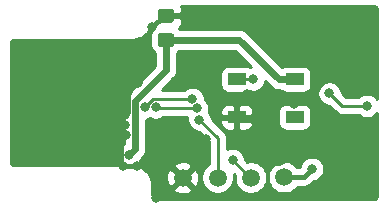
<source format=gbr>
G04 #@! TF.GenerationSoftware,KiCad,Pcbnew,5.1.3-ffb9f22~84~ubuntu18.04.1*
G04 #@! TF.CreationDate,2019-07-28T18:08:26+02:00*
G04 #@! TF.ProjectId,board,626f6172-642e-46b6-9963-61645f706362,rev?*
G04 #@! TF.SameCoordinates,Original*
G04 #@! TF.FileFunction,Copper,L2,Bot*
G04 #@! TF.FilePolarity,Positive*
%FSLAX46Y46*%
G04 Gerber Fmt 4.6, Leading zero omitted, Abs format (unit mm)*
G04 Created by KiCad (PCBNEW 5.1.3-ffb9f22~84~ubuntu18.04.1) date 2019-07-28 18:08:26*
%MOMM*%
%LPD*%
G04 APERTURE LIST*
%ADD10C,0.100000*%
%ADD11C,1.150000*%
%ADD12R,1.500000X1.000000*%
%ADD13C,1.500000*%
%ADD14C,0.800000*%
%ADD15C,0.400000*%
%ADD16C,0.250000*%
%ADD17C,0.600000*%
%ADD18C,0.254000*%
G04 APERTURE END LIST*
D10*
G36*
X78350905Y-102278424D02*
G01*
X78375173Y-102282024D01*
X78398972Y-102287985D01*
X78422071Y-102296250D01*
X78444250Y-102306740D01*
X78465293Y-102319352D01*
X78484999Y-102333967D01*
X78503177Y-102350443D01*
X78519653Y-102368621D01*
X78534268Y-102388327D01*
X78546880Y-102409370D01*
X78557370Y-102431549D01*
X78565635Y-102454648D01*
X78571596Y-102478447D01*
X78575196Y-102502715D01*
X78576400Y-102527219D01*
X78576400Y-103177221D01*
X78575196Y-103201725D01*
X78571596Y-103225993D01*
X78565635Y-103249792D01*
X78557370Y-103272891D01*
X78546880Y-103295070D01*
X78534268Y-103316113D01*
X78519653Y-103335819D01*
X78503177Y-103353997D01*
X78484999Y-103370473D01*
X78465293Y-103385088D01*
X78444250Y-103397700D01*
X78422071Y-103408190D01*
X78398972Y-103416455D01*
X78375173Y-103422416D01*
X78350905Y-103426016D01*
X78326401Y-103427220D01*
X77426399Y-103427220D01*
X77401895Y-103426016D01*
X77377627Y-103422416D01*
X77353828Y-103416455D01*
X77330729Y-103408190D01*
X77308550Y-103397700D01*
X77287507Y-103385088D01*
X77267801Y-103370473D01*
X77249623Y-103353997D01*
X77233147Y-103335819D01*
X77218532Y-103316113D01*
X77205920Y-103295070D01*
X77195430Y-103272891D01*
X77187165Y-103249792D01*
X77181204Y-103225993D01*
X77177604Y-103201725D01*
X77176400Y-103177221D01*
X77176400Y-102527219D01*
X77177604Y-102502715D01*
X77181204Y-102478447D01*
X77187165Y-102454648D01*
X77195430Y-102431549D01*
X77205920Y-102409370D01*
X77218532Y-102388327D01*
X77233147Y-102368621D01*
X77249623Y-102350443D01*
X77267801Y-102333967D01*
X77287507Y-102319352D01*
X77308550Y-102306740D01*
X77330729Y-102296250D01*
X77353828Y-102287985D01*
X77377627Y-102282024D01*
X77401895Y-102278424D01*
X77426399Y-102277220D01*
X78326401Y-102277220D01*
X78350905Y-102278424D01*
X78350905Y-102278424D01*
G37*
D11*
X77876400Y-102852220D03*
D10*
G36*
X78350905Y-104328424D02*
G01*
X78375173Y-104332024D01*
X78398972Y-104337985D01*
X78422071Y-104346250D01*
X78444250Y-104356740D01*
X78465293Y-104369352D01*
X78484999Y-104383967D01*
X78503177Y-104400443D01*
X78519653Y-104418621D01*
X78534268Y-104438327D01*
X78546880Y-104459370D01*
X78557370Y-104481549D01*
X78565635Y-104504648D01*
X78571596Y-104528447D01*
X78575196Y-104552715D01*
X78576400Y-104577219D01*
X78576400Y-105227221D01*
X78575196Y-105251725D01*
X78571596Y-105275993D01*
X78565635Y-105299792D01*
X78557370Y-105322891D01*
X78546880Y-105345070D01*
X78534268Y-105366113D01*
X78519653Y-105385819D01*
X78503177Y-105403997D01*
X78484999Y-105420473D01*
X78465293Y-105435088D01*
X78444250Y-105447700D01*
X78422071Y-105458190D01*
X78398972Y-105466455D01*
X78375173Y-105472416D01*
X78350905Y-105476016D01*
X78326401Y-105477220D01*
X77426399Y-105477220D01*
X77401895Y-105476016D01*
X77377627Y-105472416D01*
X77353828Y-105466455D01*
X77330729Y-105458190D01*
X77308550Y-105447700D01*
X77287507Y-105435088D01*
X77267801Y-105420473D01*
X77249623Y-105403997D01*
X77233147Y-105385819D01*
X77218532Y-105366113D01*
X77205920Y-105345070D01*
X77195430Y-105322891D01*
X77187165Y-105299792D01*
X77181204Y-105275993D01*
X77177604Y-105251725D01*
X77176400Y-105227221D01*
X77176400Y-104577219D01*
X77177604Y-104552715D01*
X77181204Y-104528447D01*
X77187165Y-104504648D01*
X77195430Y-104481549D01*
X77205920Y-104459370D01*
X77218532Y-104438327D01*
X77233147Y-104418621D01*
X77249623Y-104400443D01*
X77267801Y-104383967D01*
X77287507Y-104369352D01*
X77308550Y-104356740D01*
X77330729Y-104346250D01*
X77353828Y-104337985D01*
X77377627Y-104332024D01*
X77401895Y-104328424D01*
X77426399Y-104327220D01*
X78326401Y-104327220D01*
X78350905Y-104328424D01*
X78350905Y-104328424D01*
G37*
D11*
X77876400Y-104902220D03*
D12*
X83884600Y-111432140D03*
X83884600Y-108232140D03*
X88784600Y-111432140D03*
X88784600Y-108232140D03*
D13*
X87884000Y-116512340D03*
X82265520Y-116563140D03*
X85074760Y-116563140D03*
X79298800Y-116568220D03*
D14*
X79519780Y-102864920D03*
X76725780Y-103819960D03*
X76634340Y-106146600D03*
X75679300Y-105313480D03*
X74531220Y-105262680D03*
X74541380Y-107162600D03*
X75526900Y-107467400D03*
X74582020Y-108239560D03*
X75526900Y-108524040D03*
X74642980Y-109306360D03*
X74434700Y-111242000D03*
X74455020Y-112118140D03*
X74465180Y-112941100D03*
X74231500Y-115582700D03*
X75430380Y-115572540D03*
X76487020Y-115582700D03*
X77391260Y-116263420D03*
X77401420Y-117238780D03*
X77035660Y-118308120D03*
X83858100Y-110154720D03*
X84787740Y-109484160D03*
X85549740Y-110258860D03*
X86276180Y-109532420D03*
X87033100Y-110350300D03*
X87823040Y-109583220D03*
X88689180Y-110322360D03*
X90020140Y-105648760D03*
X91348560Y-105623360D03*
X91391740Y-104378760D03*
X90020140Y-104335580D03*
X85364320Y-111660940D03*
X95112840Y-109222540D03*
X94833440Y-108282740D03*
X92151200Y-111147860D03*
X92163900Y-112549940D03*
X93065600Y-113332260D03*
X78935580Y-112903000D03*
X80010000Y-113200180D03*
X81280000Y-113250980D03*
X81262220Y-114386360D03*
X79966820Y-114437160D03*
X79077820Y-113944400D03*
X86177120Y-115326160D03*
X94081600Y-116034820D03*
X87746840Y-115067080D03*
X90236040Y-115813840D03*
X85265260Y-108234480D03*
X74769980Y-114637820D03*
X80721200Y-111635540D03*
X83530440Y-115056920D03*
X80510380Y-110703360D03*
X77018160Y-110617000D03*
X76085700Y-110617000D03*
X80118400Y-109893203D03*
X91727020Y-109418120D03*
X94904560Y-110472220D03*
D15*
X77876400Y-102852220D02*
X79507080Y-102852220D01*
X79507080Y-102852220D02*
X79519780Y-102864920D01*
X77876400Y-102852220D02*
X77693520Y-102852220D01*
X77693520Y-102852220D02*
X76725780Y-103819960D01*
X76634340Y-106146600D02*
X76512420Y-106146600D01*
X76512420Y-106146600D02*
X75679300Y-105313480D01*
X74531220Y-105262680D02*
X74531220Y-107152440D01*
X74531220Y-107152440D02*
X74541380Y-107162600D01*
X75526900Y-107467400D02*
X75354180Y-107467400D01*
X75354180Y-107467400D02*
X74582020Y-108239560D01*
X75526900Y-108524040D02*
X75425300Y-108524040D01*
X75425300Y-108524040D02*
X74642980Y-109306360D01*
X74642980Y-109306360D02*
X74642980Y-111033720D01*
X74642980Y-111033720D02*
X74434700Y-111242000D01*
X74065181Y-113341099D02*
X74065181Y-114225019D01*
X74465180Y-112941100D02*
X74065181Y-113341099D01*
X74065181Y-114225019D02*
X74065181Y-115416381D01*
X74065181Y-115416381D02*
X74231500Y-115582700D01*
X75430380Y-115572540D02*
X76476860Y-115572540D01*
X76476860Y-115572540D02*
X76487020Y-115582700D01*
X76487020Y-115582700D02*
X76710540Y-115582700D01*
X76710540Y-115582700D02*
X77391260Y-116263420D01*
X77401420Y-117238780D02*
X77401420Y-117523260D01*
X83884600Y-111432140D02*
X83884600Y-110181220D01*
X83884600Y-110181220D02*
X83858100Y-110154720D01*
X84787740Y-109484160D02*
X84787740Y-109496860D01*
X84787740Y-109496860D02*
X85549740Y-110258860D01*
X86276180Y-109532420D02*
X86276180Y-109593380D01*
X86276180Y-109593380D02*
X87033100Y-110350300D01*
X87823040Y-109583220D02*
X87950040Y-109583220D01*
X87950040Y-109583220D02*
X88689180Y-110322360D01*
X91348560Y-105623360D02*
X91348560Y-104421940D01*
X91348560Y-104421940D02*
X91391740Y-104378760D01*
X84113400Y-111660940D02*
X83884600Y-111432140D01*
X85364320Y-111660940D02*
X84113400Y-111660940D01*
X95112840Y-109222540D02*
X95112840Y-108562140D01*
X95112840Y-108562140D02*
X94833440Y-108282740D01*
X91751201Y-111547859D02*
X91751201Y-112139781D01*
X92151200Y-111147860D02*
X91751201Y-111547859D01*
X91751201Y-112139781D02*
X92161360Y-112549940D01*
X92161360Y-112549940D02*
X92163900Y-112549940D01*
X78935580Y-112903000D02*
X79712820Y-112903000D01*
X79712820Y-112903000D02*
X80010000Y-113200180D01*
X81280000Y-113250980D02*
X81280000Y-114368580D01*
X81280000Y-114368580D02*
X81262220Y-114386360D01*
X79966820Y-114437160D02*
X79570580Y-114437160D01*
X79570580Y-114437160D02*
X79077820Y-113944400D01*
X86177120Y-115326160D02*
X87487760Y-115326160D01*
X87487760Y-115326160D02*
X87746840Y-115067080D01*
X75420220Y-115582700D02*
X75430380Y-115572540D01*
X74231500Y-115582700D02*
X75420220Y-115582700D01*
X77035660Y-117604540D02*
X77401420Y-117238780D01*
X77035660Y-118308120D02*
X77035660Y-117604540D01*
X87884000Y-116512340D02*
X89537540Y-116512340D01*
X89537540Y-116512340D02*
X90236040Y-115813840D01*
D16*
X83884600Y-108232140D02*
X85262920Y-108232140D01*
X85262920Y-108232140D02*
X85265260Y-108234480D01*
D17*
X75285699Y-114122101D02*
X75285699Y-110058101D01*
X74769980Y-114637820D02*
X75285699Y-114122101D01*
X77876400Y-107467400D02*
X77876400Y-104902220D01*
X75285699Y-110058101D02*
X77876400Y-107467400D01*
X84104680Y-104902220D02*
X77876400Y-104902220D01*
X88784600Y-108232140D02*
X87434600Y-108232140D01*
X87434600Y-108232140D02*
X84104680Y-104902220D01*
D16*
X82265520Y-116563140D02*
X82265520Y-113179860D01*
X82265520Y-113179860D02*
X80721200Y-111635540D01*
X85074760Y-116563140D02*
X85036660Y-116563140D01*
X85036660Y-116563140D02*
X83530440Y-115056920D01*
X80510380Y-110703360D02*
X77104520Y-110703360D01*
X77104520Y-110703360D02*
X77018160Y-110617000D01*
X80118400Y-109893203D02*
X76809497Y-109893203D01*
X76809497Y-109893203D02*
X76085700Y-110617000D01*
X91727020Y-109418120D02*
X92781120Y-110472220D01*
X92781120Y-110472220D02*
X94904560Y-110472220D01*
D18*
G36*
X95533773Y-102064815D02*
G01*
X95586847Y-102080838D01*
X95635795Y-102106865D01*
X95678754Y-102141902D01*
X95714092Y-102184618D01*
X95740461Y-102233386D01*
X95756854Y-102286344D01*
X95766819Y-102381149D01*
X95766456Y-109899187D01*
X95708497Y-109812446D01*
X95564334Y-109668283D01*
X95394816Y-109555015D01*
X95206458Y-109476994D01*
X95006499Y-109437220D01*
X94802621Y-109437220D01*
X94602662Y-109476994D01*
X94414304Y-109555015D01*
X94244786Y-109668283D01*
X94200849Y-109712220D01*
X93095922Y-109712220D01*
X92762020Y-109378319D01*
X92762020Y-109316181D01*
X92722246Y-109116222D01*
X92644225Y-108927864D01*
X92530957Y-108758346D01*
X92386794Y-108614183D01*
X92217276Y-108500915D01*
X92028918Y-108422894D01*
X91828959Y-108383120D01*
X91625081Y-108383120D01*
X91425122Y-108422894D01*
X91236764Y-108500915D01*
X91067246Y-108614183D01*
X90923083Y-108758346D01*
X90809815Y-108927864D01*
X90731794Y-109116222D01*
X90692020Y-109316181D01*
X90692020Y-109520059D01*
X90731794Y-109720018D01*
X90809815Y-109908376D01*
X90923083Y-110077894D01*
X91067246Y-110222057D01*
X91236764Y-110335325D01*
X91425122Y-110413346D01*
X91625081Y-110453120D01*
X91687219Y-110453120D01*
X92217321Y-110983223D01*
X92241119Y-111012221D01*
X92270117Y-111036019D01*
X92356844Y-111107194D01*
X92488873Y-111177766D01*
X92632134Y-111221223D01*
X92781120Y-111235897D01*
X92818453Y-111232220D01*
X94200849Y-111232220D01*
X94244786Y-111276157D01*
X94414304Y-111389425D01*
X94602662Y-111467446D01*
X94802621Y-111507220D01*
X95006499Y-111507220D01*
X95206458Y-111467446D01*
X95394816Y-111389425D01*
X95564334Y-111276157D01*
X95708497Y-111131994D01*
X95766400Y-111045336D01*
X95766062Y-118040455D01*
X95757198Y-118130864D01*
X95741030Y-118184414D01*
X95714772Y-118233797D01*
X95679417Y-118277147D01*
X95636321Y-118312799D01*
X95587123Y-118339401D01*
X95533685Y-118355942D01*
X95421440Y-118367740D01*
X77074832Y-118367740D01*
X76976696Y-118358118D01*
X76923146Y-118341950D01*
X76873763Y-118315692D01*
X76830413Y-118280337D01*
X76794761Y-118237241D01*
X76768159Y-118188043D01*
X76751618Y-118134605D01*
X76744040Y-118062509D01*
X76744040Y-117525213D01*
X78521412Y-117525213D01*
X78586937Y-117764080D01*
X78833916Y-117879980D01*
X79098760Y-117945470D01*
X79371292Y-117958032D01*
X79641038Y-117917185D01*
X79897632Y-117824497D01*
X80010663Y-117764080D01*
X80076188Y-117525213D01*
X79298800Y-116747825D01*
X78521412Y-117525213D01*
X76744040Y-117525213D01*
X76744040Y-117183003D01*
X76741051Y-117152658D01*
X76741094Y-117146547D01*
X76740126Y-117136681D01*
X76719725Y-116942585D01*
X76706790Y-116879570D01*
X76694728Y-116816340D01*
X76691863Y-116806850D01*
X76640435Y-116640712D01*
X77908988Y-116640712D01*
X77949835Y-116910458D01*
X78042523Y-117167052D01*
X78102940Y-117280083D01*
X78341807Y-117345608D01*
X79119195Y-116568220D01*
X79478405Y-116568220D01*
X80255793Y-117345608D01*
X80494660Y-117280083D01*
X80610560Y-117033104D01*
X80676050Y-116768260D01*
X80688612Y-116495728D01*
X80647765Y-116225982D01*
X80555077Y-115969388D01*
X80494660Y-115856357D01*
X80255793Y-115790832D01*
X79478405Y-116568220D01*
X79119195Y-116568220D01*
X78341807Y-115790832D01*
X78102940Y-115856357D01*
X77987040Y-116103336D01*
X77921550Y-116368180D01*
X77908988Y-116640712D01*
X76640435Y-116640712D01*
X76634151Y-116620412D01*
X76609211Y-116561083D01*
X76585108Y-116501425D01*
X76580454Y-116492672D01*
X76487629Y-116320995D01*
X76451659Y-116267667D01*
X76416407Y-116213797D01*
X76410141Y-116206115D01*
X76285738Y-116055737D01*
X76240083Y-116010400D01*
X76195053Y-115964417D01*
X76187415Y-115958098D01*
X76036173Y-115834748D01*
X75982586Y-115799146D01*
X75929477Y-115762781D01*
X75920756Y-115758066D01*
X75748434Y-115666441D01*
X75688964Y-115641929D01*
X75629792Y-115616568D01*
X75620322Y-115613637D01*
X75612340Y-115611227D01*
X78521412Y-115611227D01*
X79298800Y-116388615D01*
X80076188Y-115611227D01*
X80010663Y-115372360D01*
X79763684Y-115256460D01*
X79498840Y-115190970D01*
X79226308Y-115178408D01*
X78956562Y-115219255D01*
X78699968Y-115311943D01*
X78586937Y-115372360D01*
X78521412Y-115611227D01*
X75612340Y-115611227D01*
X75433486Y-115557228D01*
X75370356Y-115544728D01*
X75307417Y-115531350D01*
X75297558Y-115530314D01*
X75297262Y-115530285D01*
X75429754Y-115441757D01*
X75573917Y-115297594D01*
X75687185Y-115128076D01*
X75747412Y-114982677D01*
X75914354Y-114815734D01*
X75950043Y-114786445D01*
X76066885Y-114644073D01*
X76153706Y-114481641D01*
X76207170Y-114305393D01*
X76220699Y-114168033D01*
X76220699Y-114168032D01*
X76225223Y-114122101D01*
X76220699Y-114076169D01*
X76220699Y-111645424D01*
X76387598Y-111612226D01*
X76551930Y-111544157D01*
X76716262Y-111612226D01*
X76916221Y-111652000D01*
X77120099Y-111652000D01*
X77320058Y-111612226D01*
X77508416Y-111534205D01*
X77614443Y-111463360D01*
X79700172Y-111463360D01*
X79686200Y-111533601D01*
X79686200Y-111737479D01*
X79725974Y-111937438D01*
X79803995Y-112125796D01*
X79917263Y-112295314D01*
X80061426Y-112439477D01*
X80230944Y-112552745D01*
X80419302Y-112630766D01*
X80619261Y-112670540D01*
X80681399Y-112670540D01*
X81505521Y-113494663D01*
X81505520Y-115405231D01*
X81382634Y-115487341D01*
X81189721Y-115680254D01*
X81038149Y-115907097D01*
X80933745Y-116159151D01*
X80880520Y-116426729D01*
X80880520Y-116699551D01*
X80933745Y-116967129D01*
X81038149Y-117219183D01*
X81189721Y-117446026D01*
X81382634Y-117638939D01*
X81609477Y-117790511D01*
X81861531Y-117894915D01*
X82129109Y-117948140D01*
X82401931Y-117948140D01*
X82669509Y-117894915D01*
X82921563Y-117790511D01*
X83148406Y-117638939D01*
X83341319Y-117446026D01*
X83492891Y-117219183D01*
X83597295Y-116967129D01*
X83650520Y-116699551D01*
X83650520Y-116426729D01*
X83607085Y-116208366D01*
X83712272Y-116313554D01*
X83689760Y-116426729D01*
X83689760Y-116699551D01*
X83742985Y-116967129D01*
X83847389Y-117219183D01*
X83998961Y-117446026D01*
X84191874Y-117638939D01*
X84418717Y-117790511D01*
X84670771Y-117894915D01*
X84938349Y-117948140D01*
X85211171Y-117948140D01*
X85478749Y-117894915D01*
X85730803Y-117790511D01*
X85957646Y-117638939D01*
X86150559Y-117446026D01*
X86302131Y-117219183D01*
X86406535Y-116967129D01*
X86459760Y-116699551D01*
X86459760Y-116426729D01*
X86449656Y-116375929D01*
X86499000Y-116375929D01*
X86499000Y-116648751D01*
X86552225Y-116916329D01*
X86656629Y-117168383D01*
X86808201Y-117395226D01*
X87001114Y-117588139D01*
X87227957Y-117739711D01*
X87480011Y-117844115D01*
X87747589Y-117897340D01*
X88020411Y-117897340D01*
X88287989Y-117844115D01*
X88540043Y-117739711D01*
X88766886Y-117588139D01*
X88959799Y-117395226D01*
X88991795Y-117347340D01*
X89496522Y-117347340D01*
X89537540Y-117351380D01*
X89578558Y-117347340D01*
X89578559Y-117347340D01*
X89701229Y-117335258D01*
X89858627Y-117287512D01*
X90003686Y-117209976D01*
X90130831Y-117105631D01*
X90156986Y-117073762D01*
X90392815Y-116837933D01*
X90537938Y-116809066D01*
X90726296Y-116731045D01*
X90895814Y-116617777D01*
X91039977Y-116473614D01*
X91153245Y-116304096D01*
X91231266Y-116115738D01*
X91271040Y-115915779D01*
X91271040Y-115711901D01*
X91231266Y-115511942D01*
X91153245Y-115323584D01*
X91039977Y-115154066D01*
X90895814Y-115009903D01*
X90726296Y-114896635D01*
X90537938Y-114818614D01*
X90337979Y-114778840D01*
X90134101Y-114778840D01*
X89934142Y-114818614D01*
X89745784Y-114896635D01*
X89576266Y-115009903D01*
X89432103Y-115154066D01*
X89318835Y-115323584D01*
X89240814Y-115511942D01*
X89211947Y-115657065D01*
X89191673Y-115677340D01*
X88991795Y-115677340D01*
X88959799Y-115629454D01*
X88766886Y-115436541D01*
X88540043Y-115284969D01*
X88287989Y-115180565D01*
X88020411Y-115127340D01*
X87747589Y-115127340D01*
X87480011Y-115180565D01*
X87227957Y-115284969D01*
X87001114Y-115436541D01*
X86808201Y-115629454D01*
X86656629Y-115856297D01*
X86552225Y-116108351D01*
X86499000Y-116375929D01*
X86449656Y-116375929D01*
X86406535Y-116159151D01*
X86302131Y-115907097D01*
X86150559Y-115680254D01*
X85957646Y-115487341D01*
X85730803Y-115335769D01*
X85478749Y-115231365D01*
X85211171Y-115178140D01*
X84938349Y-115178140D01*
X84761616Y-115213295D01*
X84565440Y-115017119D01*
X84565440Y-114954981D01*
X84525666Y-114755022D01*
X84447645Y-114566664D01*
X84334377Y-114397146D01*
X84190214Y-114252983D01*
X84020696Y-114139715D01*
X83832338Y-114061694D01*
X83632379Y-114021920D01*
X83428501Y-114021920D01*
X83228542Y-114061694D01*
X83040184Y-114139715D01*
X83025520Y-114149513D01*
X83025520Y-113217182D01*
X83029196Y-113179859D01*
X83025520Y-113142536D01*
X83025520Y-113142527D01*
X83014523Y-113030874D01*
X82971066Y-112887613D01*
X82900494Y-112755584D01*
X82805521Y-112639859D01*
X82776523Y-112616061D01*
X82092602Y-111932140D01*
X82496528Y-111932140D01*
X82508788Y-112056622D01*
X82545098Y-112176320D01*
X82604063Y-112286634D01*
X82683415Y-112383325D01*
X82780106Y-112462677D01*
X82890420Y-112521642D01*
X83010118Y-112557952D01*
X83134600Y-112570212D01*
X83598850Y-112567140D01*
X83757600Y-112408390D01*
X83757600Y-111559140D01*
X84011600Y-111559140D01*
X84011600Y-112408390D01*
X84170350Y-112567140D01*
X84634600Y-112570212D01*
X84759082Y-112557952D01*
X84878780Y-112521642D01*
X84989094Y-112462677D01*
X85085785Y-112383325D01*
X85165137Y-112286634D01*
X85224102Y-112176320D01*
X85260412Y-112056622D01*
X85272672Y-111932140D01*
X85269600Y-111717890D01*
X85110850Y-111559140D01*
X84011600Y-111559140D01*
X83757600Y-111559140D01*
X82658350Y-111559140D01*
X82499600Y-111717890D01*
X82496528Y-111932140D01*
X82092602Y-111932140D01*
X81756200Y-111595739D01*
X81756200Y-111533601D01*
X81716426Y-111333642D01*
X81638405Y-111145284D01*
X81525137Y-110975766D01*
X81513739Y-110964368D01*
X81520149Y-110932140D01*
X82496528Y-110932140D01*
X82499600Y-111146390D01*
X82658350Y-111305140D01*
X83757600Y-111305140D01*
X83757600Y-110455890D01*
X84011600Y-110455890D01*
X84011600Y-111305140D01*
X85110850Y-111305140D01*
X85269600Y-111146390D01*
X85272672Y-110932140D01*
X87396528Y-110932140D01*
X87396528Y-111932140D01*
X87408788Y-112056622D01*
X87445098Y-112176320D01*
X87504063Y-112286634D01*
X87583415Y-112383325D01*
X87680106Y-112462677D01*
X87790420Y-112521642D01*
X87910118Y-112557952D01*
X88034600Y-112570212D01*
X89534600Y-112570212D01*
X89659082Y-112557952D01*
X89778780Y-112521642D01*
X89889094Y-112462677D01*
X89985785Y-112383325D01*
X90065137Y-112286634D01*
X90124102Y-112176320D01*
X90160412Y-112056622D01*
X90172672Y-111932140D01*
X90172672Y-110932140D01*
X90160412Y-110807658D01*
X90124102Y-110687960D01*
X90065137Y-110577646D01*
X89985785Y-110480955D01*
X89889094Y-110401603D01*
X89778780Y-110342638D01*
X89659082Y-110306328D01*
X89534600Y-110294068D01*
X88034600Y-110294068D01*
X87910118Y-110306328D01*
X87790420Y-110342638D01*
X87680106Y-110401603D01*
X87583415Y-110480955D01*
X87504063Y-110577646D01*
X87445098Y-110687960D01*
X87408788Y-110807658D01*
X87396528Y-110932140D01*
X85272672Y-110932140D01*
X85260412Y-110807658D01*
X85224102Y-110687960D01*
X85165137Y-110577646D01*
X85085785Y-110480955D01*
X84989094Y-110401603D01*
X84878780Y-110342638D01*
X84759082Y-110306328D01*
X84634600Y-110294068D01*
X84170350Y-110297140D01*
X84011600Y-110455890D01*
X83757600Y-110455890D01*
X83598850Y-110297140D01*
X83134600Y-110294068D01*
X83010118Y-110306328D01*
X82890420Y-110342638D01*
X82780106Y-110401603D01*
X82683415Y-110480955D01*
X82604063Y-110577646D01*
X82545098Y-110687960D01*
X82508788Y-110807658D01*
X82496528Y-110932140D01*
X81520149Y-110932140D01*
X81545380Y-110805299D01*
X81545380Y-110601421D01*
X81505606Y-110401462D01*
X81427585Y-110213104D01*
X81314317Y-110043586D01*
X81170154Y-109899423D01*
X81153400Y-109888228D01*
X81153400Y-109791264D01*
X81113626Y-109591305D01*
X81035605Y-109402947D01*
X80922337Y-109233429D01*
X80778174Y-109089266D01*
X80608656Y-108975998D01*
X80420298Y-108897977D01*
X80220339Y-108858203D01*
X80016461Y-108858203D01*
X79816502Y-108897977D01*
X79628144Y-108975998D01*
X79458626Y-109089266D01*
X79414689Y-109133203D01*
X77532887Y-109133203D01*
X78505066Y-108161024D01*
X78540744Y-108131744D01*
X78657586Y-107989372D01*
X78744407Y-107826940D01*
X78797871Y-107650692D01*
X78811400Y-107513332D01*
X78811400Y-107513326D01*
X78815923Y-107467401D01*
X78811400Y-107421476D01*
X78811400Y-105970108D01*
X78819787Y-105965625D01*
X78954362Y-105855182D01*
X78969103Y-105837220D01*
X83717391Y-105837220D01*
X85093532Y-107213362D01*
X85021002Y-107227789D01*
X84989094Y-107201603D01*
X84878780Y-107142638D01*
X84759082Y-107106328D01*
X84634600Y-107094068D01*
X83134600Y-107094068D01*
X83010118Y-107106328D01*
X82890420Y-107142638D01*
X82780106Y-107201603D01*
X82683415Y-107280955D01*
X82604063Y-107377646D01*
X82545098Y-107487960D01*
X82508788Y-107607658D01*
X82496528Y-107732140D01*
X82496528Y-108732140D01*
X82508788Y-108856622D01*
X82545098Y-108976320D01*
X82604063Y-109086634D01*
X82683415Y-109183325D01*
X82780106Y-109262677D01*
X82890420Y-109321642D01*
X83010118Y-109357952D01*
X83134600Y-109370212D01*
X84634600Y-109370212D01*
X84759082Y-109357952D01*
X84878780Y-109321642D01*
X84989094Y-109262677D01*
X85016412Y-109240258D01*
X85163321Y-109269480D01*
X85367199Y-109269480D01*
X85567158Y-109229706D01*
X85755516Y-109151685D01*
X85925034Y-109038417D01*
X86069197Y-108894254D01*
X86182465Y-108724736D01*
X86260486Y-108536378D01*
X86286378Y-108406208D01*
X86740974Y-108860804D01*
X86770256Y-108896484D01*
X86912628Y-109013326D01*
X87075060Y-109100147D01*
X87220284Y-109144200D01*
X87251308Y-109153611D01*
X87434599Y-109171664D01*
X87480531Y-109167140D01*
X87570132Y-109167140D01*
X87583415Y-109183325D01*
X87680106Y-109262677D01*
X87790420Y-109321642D01*
X87910118Y-109357952D01*
X88034600Y-109370212D01*
X89534600Y-109370212D01*
X89659082Y-109357952D01*
X89778780Y-109321642D01*
X89889094Y-109262677D01*
X89985785Y-109183325D01*
X90065137Y-109086634D01*
X90124102Y-108976320D01*
X90160412Y-108856622D01*
X90172672Y-108732140D01*
X90172672Y-107732140D01*
X90160412Y-107607658D01*
X90124102Y-107487960D01*
X90065137Y-107377646D01*
X89985785Y-107280955D01*
X89889094Y-107201603D01*
X89778780Y-107142638D01*
X89659082Y-107106328D01*
X89534600Y-107094068D01*
X88034600Y-107094068D01*
X87910118Y-107106328D01*
X87790420Y-107142638D01*
X87710244Y-107185494D01*
X84798310Y-104273561D01*
X84769024Y-104237876D01*
X84626652Y-104121034D01*
X84464220Y-104034213D01*
X84287972Y-103980749D01*
X84150612Y-103967220D01*
X84104680Y-103962696D01*
X84058748Y-103967220D01*
X78969103Y-103967220D01*
X78954362Y-103949258D01*
X78947806Y-103943878D01*
X79027585Y-103878405D01*
X79106937Y-103781714D01*
X79165902Y-103671400D01*
X79202212Y-103551702D01*
X79214472Y-103427220D01*
X79211400Y-103137970D01*
X79052650Y-102979220D01*
X78003400Y-102979220D01*
X78003400Y-102999220D01*
X77749400Y-102999220D01*
X77749400Y-102979220D01*
X77729400Y-102979220D01*
X77729400Y-102725220D01*
X77749400Y-102725220D01*
X77749400Y-102705220D01*
X78003400Y-102705220D01*
X78003400Y-102725220D01*
X79052650Y-102725220D01*
X79211400Y-102566470D01*
X79214472Y-102277220D01*
X79202212Y-102152738D01*
X79172867Y-102056000D01*
X95443872Y-102056000D01*
X95533773Y-102064815D01*
X95533773Y-102064815D01*
G37*
X95533773Y-102064815D02*
X95586847Y-102080838D01*
X95635795Y-102106865D01*
X95678754Y-102141902D01*
X95714092Y-102184618D01*
X95740461Y-102233386D01*
X95756854Y-102286344D01*
X95766819Y-102381149D01*
X95766456Y-109899187D01*
X95708497Y-109812446D01*
X95564334Y-109668283D01*
X95394816Y-109555015D01*
X95206458Y-109476994D01*
X95006499Y-109437220D01*
X94802621Y-109437220D01*
X94602662Y-109476994D01*
X94414304Y-109555015D01*
X94244786Y-109668283D01*
X94200849Y-109712220D01*
X93095922Y-109712220D01*
X92762020Y-109378319D01*
X92762020Y-109316181D01*
X92722246Y-109116222D01*
X92644225Y-108927864D01*
X92530957Y-108758346D01*
X92386794Y-108614183D01*
X92217276Y-108500915D01*
X92028918Y-108422894D01*
X91828959Y-108383120D01*
X91625081Y-108383120D01*
X91425122Y-108422894D01*
X91236764Y-108500915D01*
X91067246Y-108614183D01*
X90923083Y-108758346D01*
X90809815Y-108927864D01*
X90731794Y-109116222D01*
X90692020Y-109316181D01*
X90692020Y-109520059D01*
X90731794Y-109720018D01*
X90809815Y-109908376D01*
X90923083Y-110077894D01*
X91067246Y-110222057D01*
X91236764Y-110335325D01*
X91425122Y-110413346D01*
X91625081Y-110453120D01*
X91687219Y-110453120D01*
X92217321Y-110983223D01*
X92241119Y-111012221D01*
X92270117Y-111036019D01*
X92356844Y-111107194D01*
X92488873Y-111177766D01*
X92632134Y-111221223D01*
X92781120Y-111235897D01*
X92818453Y-111232220D01*
X94200849Y-111232220D01*
X94244786Y-111276157D01*
X94414304Y-111389425D01*
X94602662Y-111467446D01*
X94802621Y-111507220D01*
X95006499Y-111507220D01*
X95206458Y-111467446D01*
X95394816Y-111389425D01*
X95564334Y-111276157D01*
X95708497Y-111131994D01*
X95766400Y-111045336D01*
X95766062Y-118040455D01*
X95757198Y-118130864D01*
X95741030Y-118184414D01*
X95714772Y-118233797D01*
X95679417Y-118277147D01*
X95636321Y-118312799D01*
X95587123Y-118339401D01*
X95533685Y-118355942D01*
X95421440Y-118367740D01*
X77074832Y-118367740D01*
X76976696Y-118358118D01*
X76923146Y-118341950D01*
X76873763Y-118315692D01*
X76830413Y-118280337D01*
X76794761Y-118237241D01*
X76768159Y-118188043D01*
X76751618Y-118134605D01*
X76744040Y-118062509D01*
X76744040Y-117525213D01*
X78521412Y-117525213D01*
X78586937Y-117764080D01*
X78833916Y-117879980D01*
X79098760Y-117945470D01*
X79371292Y-117958032D01*
X79641038Y-117917185D01*
X79897632Y-117824497D01*
X80010663Y-117764080D01*
X80076188Y-117525213D01*
X79298800Y-116747825D01*
X78521412Y-117525213D01*
X76744040Y-117525213D01*
X76744040Y-117183003D01*
X76741051Y-117152658D01*
X76741094Y-117146547D01*
X76740126Y-117136681D01*
X76719725Y-116942585D01*
X76706790Y-116879570D01*
X76694728Y-116816340D01*
X76691863Y-116806850D01*
X76640435Y-116640712D01*
X77908988Y-116640712D01*
X77949835Y-116910458D01*
X78042523Y-117167052D01*
X78102940Y-117280083D01*
X78341807Y-117345608D01*
X79119195Y-116568220D01*
X79478405Y-116568220D01*
X80255793Y-117345608D01*
X80494660Y-117280083D01*
X80610560Y-117033104D01*
X80676050Y-116768260D01*
X80688612Y-116495728D01*
X80647765Y-116225982D01*
X80555077Y-115969388D01*
X80494660Y-115856357D01*
X80255793Y-115790832D01*
X79478405Y-116568220D01*
X79119195Y-116568220D01*
X78341807Y-115790832D01*
X78102940Y-115856357D01*
X77987040Y-116103336D01*
X77921550Y-116368180D01*
X77908988Y-116640712D01*
X76640435Y-116640712D01*
X76634151Y-116620412D01*
X76609211Y-116561083D01*
X76585108Y-116501425D01*
X76580454Y-116492672D01*
X76487629Y-116320995D01*
X76451659Y-116267667D01*
X76416407Y-116213797D01*
X76410141Y-116206115D01*
X76285738Y-116055737D01*
X76240083Y-116010400D01*
X76195053Y-115964417D01*
X76187415Y-115958098D01*
X76036173Y-115834748D01*
X75982586Y-115799146D01*
X75929477Y-115762781D01*
X75920756Y-115758066D01*
X75748434Y-115666441D01*
X75688964Y-115641929D01*
X75629792Y-115616568D01*
X75620322Y-115613637D01*
X75612340Y-115611227D01*
X78521412Y-115611227D01*
X79298800Y-116388615D01*
X80076188Y-115611227D01*
X80010663Y-115372360D01*
X79763684Y-115256460D01*
X79498840Y-115190970D01*
X79226308Y-115178408D01*
X78956562Y-115219255D01*
X78699968Y-115311943D01*
X78586937Y-115372360D01*
X78521412Y-115611227D01*
X75612340Y-115611227D01*
X75433486Y-115557228D01*
X75370356Y-115544728D01*
X75307417Y-115531350D01*
X75297558Y-115530314D01*
X75297262Y-115530285D01*
X75429754Y-115441757D01*
X75573917Y-115297594D01*
X75687185Y-115128076D01*
X75747412Y-114982677D01*
X75914354Y-114815734D01*
X75950043Y-114786445D01*
X76066885Y-114644073D01*
X76153706Y-114481641D01*
X76207170Y-114305393D01*
X76220699Y-114168033D01*
X76220699Y-114168032D01*
X76225223Y-114122101D01*
X76220699Y-114076169D01*
X76220699Y-111645424D01*
X76387598Y-111612226D01*
X76551930Y-111544157D01*
X76716262Y-111612226D01*
X76916221Y-111652000D01*
X77120099Y-111652000D01*
X77320058Y-111612226D01*
X77508416Y-111534205D01*
X77614443Y-111463360D01*
X79700172Y-111463360D01*
X79686200Y-111533601D01*
X79686200Y-111737479D01*
X79725974Y-111937438D01*
X79803995Y-112125796D01*
X79917263Y-112295314D01*
X80061426Y-112439477D01*
X80230944Y-112552745D01*
X80419302Y-112630766D01*
X80619261Y-112670540D01*
X80681399Y-112670540D01*
X81505521Y-113494663D01*
X81505520Y-115405231D01*
X81382634Y-115487341D01*
X81189721Y-115680254D01*
X81038149Y-115907097D01*
X80933745Y-116159151D01*
X80880520Y-116426729D01*
X80880520Y-116699551D01*
X80933745Y-116967129D01*
X81038149Y-117219183D01*
X81189721Y-117446026D01*
X81382634Y-117638939D01*
X81609477Y-117790511D01*
X81861531Y-117894915D01*
X82129109Y-117948140D01*
X82401931Y-117948140D01*
X82669509Y-117894915D01*
X82921563Y-117790511D01*
X83148406Y-117638939D01*
X83341319Y-117446026D01*
X83492891Y-117219183D01*
X83597295Y-116967129D01*
X83650520Y-116699551D01*
X83650520Y-116426729D01*
X83607085Y-116208366D01*
X83712272Y-116313554D01*
X83689760Y-116426729D01*
X83689760Y-116699551D01*
X83742985Y-116967129D01*
X83847389Y-117219183D01*
X83998961Y-117446026D01*
X84191874Y-117638939D01*
X84418717Y-117790511D01*
X84670771Y-117894915D01*
X84938349Y-117948140D01*
X85211171Y-117948140D01*
X85478749Y-117894915D01*
X85730803Y-117790511D01*
X85957646Y-117638939D01*
X86150559Y-117446026D01*
X86302131Y-117219183D01*
X86406535Y-116967129D01*
X86459760Y-116699551D01*
X86459760Y-116426729D01*
X86449656Y-116375929D01*
X86499000Y-116375929D01*
X86499000Y-116648751D01*
X86552225Y-116916329D01*
X86656629Y-117168383D01*
X86808201Y-117395226D01*
X87001114Y-117588139D01*
X87227957Y-117739711D01*
X87480011Y-117844115D01*
X87747589Y-117897340D01*
X88020411Y-117897340D01*
X88287989Y-117844115D01*
X88540043Y-117739711D01*
X88766886Y-117588139D01*
X88959799Y-117395226D01*
X88991795Y-117347340D01*
X89496522Y-117347340D01*
X89537540Y-117351380D01*
X89578558Y-117347340D01*
X89578559Y-117347340D01*
X89701229Y-117335258D01*
X89858627Y-117287512D01*
X90003686Y-117209976D01*
X90130831Y-117105631D01*
X90156986Y-117073762D01*
X90392815Y-116837933D01*
X90537938Y-116809066D01*
X90726296Y-116731045D01*
X90895814Y-116617777D01*
X91039977Y-116473614D01*
X91153245Y-116304096D01*
X91231266Y-116115738D01*
X91271040Y-115915779D01*
X91271040Y-115711901D01*
X91231266Y-115511942D01*
X91153245Y-115323584D01*
X91039977Y-115154066D01*
X90895814Y-115009903D01*
X90726296Y-114896635D01*
X90537938Y-114818614D01*
X90337979Y-114778840D01*
X90134101Y-114778840D01*
X89934142Y-114818614D01*
X89745784Y-114896635D01*
X89576266Y-115009903D01*
X89432103Y-115154066D01*
X89318835Y-115323584D01*
X89240814Y-115511942D01*
X89211947Y-115657065D01*
X89191673Y-115677340D01*
X88991795Y-115677340D01*
X88959799Y-115629454D01*
X88766886Y-115436541D01*
X88540043Y-115284969D01*
X88287989Y-115180565D01*
X88020411Y-115127340D01*
X87747589Y-115127340D01*
X87480011Y-115180565D01*
X87227957Y-115284969D01*
X87001114Y-115436541D01*
X86808201Y-115629454D01*
X86656629Y-115856297D01*
X86552225Y-116108351D01*
X86499000Y-116375929D01*
X86449656Y-116375929D01*
X86406535Y-116159151D01*
X86302131Y-115907097D01*
X86150559Y-115680254D01*
X85957646Y-115487341D01*
X85730803Y-115335769D01*
X85478749Y-115231365D01*
X85211171Y-115178140D01*
X84938349Y-115178140D01*
X84761616Y-115213295D01*
X84565440Y-115017119D01*
X84565440Y-114954981D01*
X84525666Y-114755022D01*
X84447645Y-114566664D01*
X84334377Y-114397146D01*
X84190214Y-114252983D01*
X84020696Y-114139715D01*
X83832338Y-114061694D01*
X83632379Y-114021920D01*
X83428501Y-114021920D01*
X83228542Y-114061694D01*
X83040184Y-114139715D01*
X83025520Y-114149513D01*
X83025520Y-113217182D01*
X83029196Y-113179859D01*
X83025520Y-113142536D01*
X83025520Y-113142527D01*
X83014523Y-113030874D01*
X82971066Y-112887613D01*
X82900494Y-112755584D01*
X82805521Y-112639859D01*
X82776523Y-112616061D01*
X82092602Y-111932140D01*
X82496528Y-111932140D01*
X82508788Y-112056622D01*
X82545098Y-112176320D01*
X82604063Y-112286634D01*
X82683415Y-112383325D01*
X82780106Y-112462677D01*
X82890420Y-112521642D01*
X83010118Y-112557952D01*
X83134600Y-112570212D01*
X83598850Y-112567140D01*
X83757600Y-112408390D01*
X83757600Y-111559140D01*
X84011600Y-111559140D01*
X84011600Y-112408390D01*
X84170350Y-112567140D01*
X84634600Y-112570212D01*
X84759082Y-112557952D01*
X84878780Y-112521642D01*
X84989094Y-112462677D01*
X85085785Y-112383325D01*
X85165137Y-112286634D01*
X85224102Y-112176320D01*
X85260412Y-112056622D01*
X85272672Y-111932140D01*
X85269600Y-111717890D01*
X85110850Y-111559140D01*
X84011600Y-111559140D01*
X83757600Y-111559140D01*
X82658350Y-111559140D01*
X82499600Y-111717890D01*
X82496528Y-111932140D01*
X82092602Y-111932140D01*
X81756200Y-111595739D01*
X81756200Y-111533601D01*
X81716426Y-111333642D01*
X81638405Y-111145284D01*
X81525137Y-110975766D01*
X81513739Y-110964368D01*
X81520149Y-110932140D01*
X82496528Y-110932140D01*
X82499600Y-111146390D01*
X82658350Y-111305140D01*
X83757600Y-111305140D01*
X83757600Y-110455890D01*
X84011600Y-110455890D01*
X84011600Y-111305140D01*
X85110850Y-111305140D01*
X85269600Y-111146390D01*
X85272672Y-110932140D01*
X87396528Y-110932140D01*
X87396528Y-111932140D01*
X87408788Y-112056622D01*
X87445098Y-112176320D01*
X87504063Y-112286634D01*
X87583415Y-112383325D01*
X87680106Y-112462677D01*
X87790420Y-112521642D01*
X87910118Y-112557952D01*
X88034600Y-112570212D01*
X89534600Y-112570212D01*
X89659082Y-112557952D01*
X89778780Y-112521642D01*
X89889094Y-112462677D01*
X89985785Y-112383325D01*
X90065137Y-112286634D01*
X90124102Y-112176320D01*
X90160412Y-112056622D01*
X90172672Y-111932140D01*
X90172672Y-110932140D01*
X90160412Y-110807658D01*
X90124102Y-110687960D01*
X90065137Y-110577646D01*
X89985785Y-110480955D01*
X89889094Y-110401603D01*
X89778780Y-110342638D01*
X89659082Y-110306328D01*
X89534600Y-110294068D01*
X88034600Y-110294068D01*
X87910118Y-110306328D01*
X87790420Y-110342638D01*
X87680106Y-110401603D01*
X87583415Y-110480955D01*
X87504063Y-110577646D01*
X87445098Y-110687960D01*
X87408788Y-110807658D01*
X87396528Y-110932140D01*
X85272672Y-110932140D01*
X85260412Y-110807658D01*
X85224102Y-110687960D01*
X85165137Y-110577646D01*
X85085785Y-110480955D01*
X84989094Y-110401603D01*
X84878780Y-110342638D01*
X84759082Y-110306328D01*
X84634600Y-110294068D01*
X84170350Y-110297140D01*
X84011600Y-110455890D01*
X83757600Y-110455890D01*
X83598850Y-110297140D01*
X83134600Y-110294068D01*
X83010118Y-110306328D01*
X82890420Y-110342638D01*
X82780106Y-110401603D01*
X82683415Y-110480955D01*
X82604063Y-110577646D01*
X82545098Y-110687960D01*
X82508788Y-110807658D01*
X82496528Y-110932140D01*
X81520149Y-110932140D01*
X81545380Y-110805299D01*
X81545380Y-110601421D01*
X81505606Y-110401462D01*
X81427585Y-110213104D01*
X81314317Y-110043586D01*
X81170154Y-109899423D01*
X81153400Y-109888228D01*
X81153400Y-109791264D01*
X81113626Y-109591305D01*
X81035605Y-109402947D01*
X80922337Y-109233429D01*
X80778174Y-109089266D01*
X80608656Y-108975998D01*
X80420298Y-108897977D01*
X80220339Y-108858203D01*
X80016461Y-108858203D01*
X79816502Y-108897977D01*
X79628144Y-108975998D01*
X79458626Y-109089266D01*
X79414689Y-109133203D01*
X77532887Y-109133203D01*
X78505066Y-108161024D01*
X78540744Y-108131744D01*
X78657586Y-107989372D01*
X78744407Y-107826940D01*
X78797871Y-107650692D01*
X78811400Y-107513332D01*
X78811400Y-107513326D01*
X78815923Y-107467401D01*
X78811400Y-107421476D01*
X78811400Y-105970108D01*
X78819787Y-105965625D01*
X78954362Y-105855182D01*
X78969103Y-105837220D01*
X83717391Y-105837220D01*
X85093532Y-107213362D01*
X85021002Y-107227789D01*
X84989094Y-107201603D01*
X84878780Y-107142638D01*
X84759082Y-107106328D01*
X84634600Y-107094068D01*
X83134600Y-107094068D01*
X83010118Y-107106328D01*
X82890420Y-107142638D01*
X82780106Y-107201603D01*
X82683415Y-107280955D01*
X82604063Y-107377646D01*
X82545098Y-107487960D01*
X82508788Y-107607658D01*
X82496528Y-107732140D01*
X82496528Y-108732140D01*
X82508788Y-108856622D01*
X82545098Y-108976320D01*
X82604063Y-109086634D01*
X82683415Y-109183325D01*
X82780106Y-109262677D01*
X82890420Y-109321642D01*
X83010118Y-109357952D01*
X83134600Y-109370212D01*
X84634600Y-109370212D01*
X84759082Y-109357952D01*
X84878780Y-109321642D01*
X84989094Y-109262677D01*
X85016412Y-109240258D01*
X85163321Y-109269480D01*
X85367199Y-109269480D01*
X85567158Y-109229706D01*
X85755516Y-109151685D01*
X85925034Y-109038417D01*
X86069197Y-108894254D01*
X86182465Y-108724736D01*
X86260486Y-108536378D01*
X86286378Y-108406208D01*
X86740974Y-108860804D01*
X86770256Y-108896484D01*
X86912628Y-109013326D01*
X87075060Y-109100147D01*
X87220284Y-109144200D01*
X87251308Y-109153611D01*
X87434599Y-109171664D01*
X87480531Y-109167140D01*
X87570132Y-109167140D01*
X87583415Y-109183325D01*
X87680106Y-109262677D01*
X87790420Y-109321642D01*
X87910118Y-109357952D01*
X88034600Y-109370212D01*
X89534600Y-109370212D01*
X89659082Y-109357952D01*
X89778780Y-109321642D01*
X89889094Y-109262677D01*
X89985785Y-109183325D01*
X90065137Y-109086634D01*
X90124102Y-108976320D01*
X90160412Y-108856622D01*
X90172672Y-108732140D01*
X90172672Y-107732140D01*
X90160412Y-107607658D01*
X90124102Y-107487960D01*
X90065137Y-107377646D01*
X89985785Y-107280955D01*
X89889094Y-107201603D01*
X89778780Y-107142638D01*
X89659082Y-107106328D01*
X89534600Y-107094068D01*
X88034600Y-107094068D01*
X87910118Y-107106328D01*
X87790420Y-107142638D01*
X87710244Y-107185494D01*
X84798310Y-104273561D01*
X84769024Y-104237876D01*
X84626652Y-104121034D01*
X84464220Y-104034213D01*
X84287972Y-103980749D01*
X84150612Y-103967220D01*
X84104680Y-103962696D01*
X84058748Y-103967220D01*
X78969103Y-103967220D01*
X78954362Y-103949258D01*
X78947806Y-103943878D01*
X79027585Y-103878405D01*
X79106937Y-103781714D01*
X79165902Y-103671400D01*
X79202212Y-103551702D01*
X79214472Y-103427220D01*
X79211400Y-103137970D01*
X79052650Y-102979220D01*
X78003400Y-102979220D01*
X78003400Y-102999220D01*
X77749400Y-102999220D01*
X77749400Y-102979220D01*
X77729400Y-102979220D01*
X77729400Y-102725220D01*
X77749400Y-102725220D01*
X77749400Y-102705220D01*
X78003400Y-102705220D01*
X78003400Y-102725220D01*
X79052650Y-102725220D01*
X79211400Y-102566470D01*
X79214472Y-102277220D01*
X79202212Y-102152738D01*
X79172867Y-102056000D01*
X95443872Y-102056000D01*
X95533773Y-102064815D01*
G36*
X76645863Y-103781714D02*
G01*
X76725215Y-103878405D01*
X76804994Y-103943878D01*
X76798438Y-103949258D01*
X76687995Y-104083833D01*
X76605928Y-104237369D01*
X76555392Y-104403965D01*
X76538328Y-104577219D01*
X76538328Y-105227221D01*
X76555392Y-105400475D01*
X76605928Y-105567071D01*
X76687995Y-105720607D01*
X76798438Y-105855182D01*
X76933013Y-105965625D01*
X76941401Y-105970108D01*
X76941400Y-107080110D01*
X74657035Y-109364476D01*
X74621356Y-109393757D01*
X74504514Y-109536129D01*
X74479996Y-109582000D01*
X74417693Y-109698561D01*
X74364228Y-109874810D01*
X74346175Y-110058101D01*
X74350700Y-110104043D01*
X74350699Y-113691216D01*
X74279724Y-113720615D01*
X74110206Y-113833883D01*
X73966043Y-113978046D01*
X73852775Y-114147564D01*
X73774754Y-114335922D01*
X73734980Y-114535881D01*
X73734980Y-114739759D01*
X73774754Y-114939718D01*
X73852775Y-115128076D01*
X73966043Y-115297594D01*
X74110206Y-115441757D01*
X74209166Y-115507880D01*
X65068761Y-115507880D01*
X64978376Y-115499018D01*
X64924826Y-115482850D01*
X64875443Y-115456592D01*
X64832093Y-115421237D01*
X64796441Y-115378141D01*
X64769839Y-115328943D01*
X64753298Y-115275505D01*
X64744040Y-115187425D01*
X64744040Y-105192602D01*
X64752903Y-105102215D01*
X64769070Y-105048666D01*
X64795328Y-104999283D01*
X64830681Y-104955935D01*
X64873780Y-104920280D01*
X64922977Y-104893679D01*
X64976415Y-104877138D01*
X65064495Y-104867880D01*
X75068917Y-104867880D01*
X75099262Y-104864891D01*
X75105372Y-104864934D01*
X75115238Y-104863966D01*
X75309335Y-104843565D01*
X75372350Y-104830630D01*
X75435580Y-104818568D01*
X75445070Y-104815703D01*
X75631508Y-104757991D01*
X75690837Y-104733051D01*
X75750495Y-104708948D01*
X75759248Y-104704294D01*
X75930925Y-104611469D01*
X75984238Y-104575509D01*
X76038123Y-104540247D01*
X76045805Y-104533982D01*
X76196183Y-104409578D01*
X76241520Y-104363923D01*
X76287503Y-104318893D01*
X76293822Y-104311255D01*
X76417172Y-104160013D01*
X76452797Y-104106393D01*
X76489139Y-104053316D01*
X76493854Y-104044596D01*
X76585479Y-103872274D01*
X76609991Y-103812804D01*
X76633350Y-103758304D01*
X76645863Y-103781714D01*
X76645863Y-103781714D01*
G37*
X76645863Y-103781714D02*
X76725215Y-103878405D01*
X76804994Y-103943878D01*
X76798438Y-103949258D01*
X76687995Y-104083833D01*
X76605928Y-104237369D01*
X76555392Y-104403965D01*
X76538328Y-104577219D01*
X76538328Y-105227221D01*
X76555392Y-105400475D01*
X76605928Y-105567071D01*
X76687995Y-105720607D01*
X76798438Y-105855182D01*
X76933013Y-105965625D01*
X76941401Y-105970108D01*
X76941400Y-107080110D01*
X74657035Y-109364476D01*
X74621356Y-109393757D01*
X74504514Y-109536129D01*
X74479996Y-109582000D01*
X74417693Y-109698561D01*
X74364228Y-109874810D01*
X74346175Y-110058101D01*
X74350700Y-110104043D01*
X74350699Y-113691216D01*
X74279724Y-113720615D01*
X74110206Y-113833883D01*
X73966043Y-113978046D01*
X73852775Y-114147564D01*
X73774754Y-114335922D01*
X73734980Y-114535881D01*
X73734980Y-114739759D01*
X73774754Y-114939718D01*
X73852775Y-115128076D01*
X73966043Y-115297594D01*
X74110206Y-115441757D01*
X74209166Y-115507880D01*
X65068761Y-115507880D01*
X64978376Y-115499018D01*
X64924826Y-115482850D01*
X64875443Y-115456592D01*
X64832093Y-115421237D01*
X64796441Y-115378141D01*
X64769839Y-115328943D01*
X64753298Y-115275505D01*
X64744040Y-115187425D01*
X64744040Y-105192602D01*
X64752903Y-105102215D01*
X64769070Y-105048666D01*
X64795328Y-104999283D01*
X64830681Y-104955935D01*
X64873780Y-104920280D01*
X64922977Y-104893679D01*
X64976415Y-104877138D01*
X65064495Y-104867880D01*
X75068917Y-104867880D01*
X75099262Y-104864891D01*
X75105372Y-104864934D01*
X75115238Y-104863966D01*
X75309335Y-104843565D01*
X75372350Y-104830630D01*
X75435580Y-104818568D01*
X75445070Y-104815703D01*
X75631508Y-104757991D01*
X75690837Y-104733051D01*
X75750495Y-104708948D01*
X75759248Y-104704294D01*
X75930925Y-104611469D01*
X75984238Y-104575509D01*
X76038123Y-104540247D01*
X76045805Y-104533982D01*
X76196183Y-104409578D01*
X76241520Y-104363923D01*
X76287503Y-104318893D01*
X76293822Y-104311255D01*
X76417172Y-104160013D01*
X76452797Y-104106393D01*
X76489139Y-104053316D01*
X76493854Y-104044596D01*
X76585479Y-103872274D01*
X76609991Y-103812804D01*
X76633350Y-103758304D01*
X76645863Y-103781714D01*
M02*

</source>
